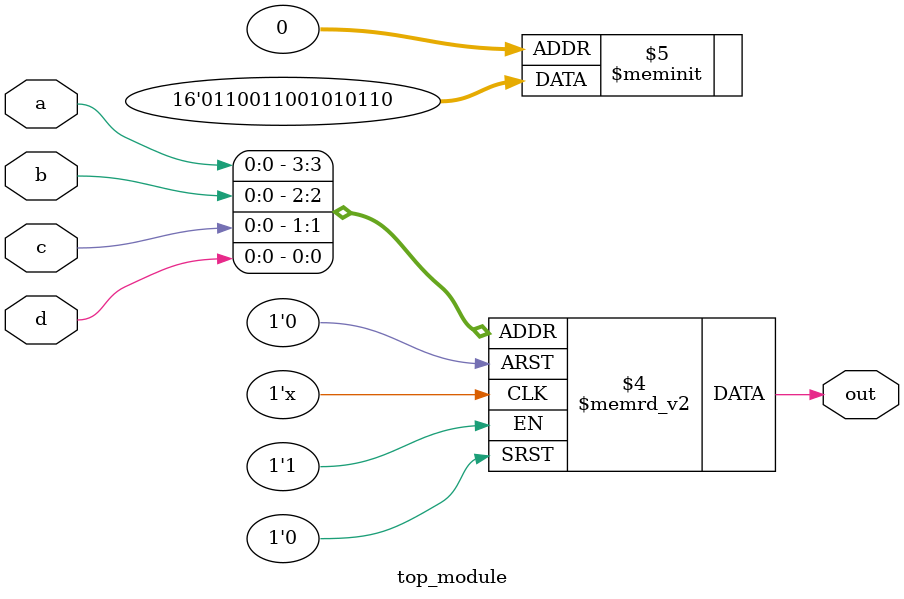
<source format=sv>
module top_module (
	input a, 
	input b,
	input c,
	input d,
	output reg out
);
	always @(*) begin
		case({a,b,c,d})
			4'b0000: out = 1'b0;
			4'b0001: out = 1'b1;
			4'b0010: out = 1'b1;
			4'b0011: out = 1'b0;
			4'b0100: out = 1'b1;
			4'b0101: out = 1'b0;
			4'b0110: out = 1'b1;
			4'b0111: out = 1'b0;
			4'b1000: out = 1'b0;
			4'b1001: out = 1'b1;
			4'b1010: out = 1'b1;
			4'b1011: out = 1'b0;
			4'b1100: out = 1'b0;
			4'b1101: out = 1'b1;
			4'b1110: out = 1'b1;
			4'b1111: out = 1'b0;
		endcase
	end
endmodule

</source>
